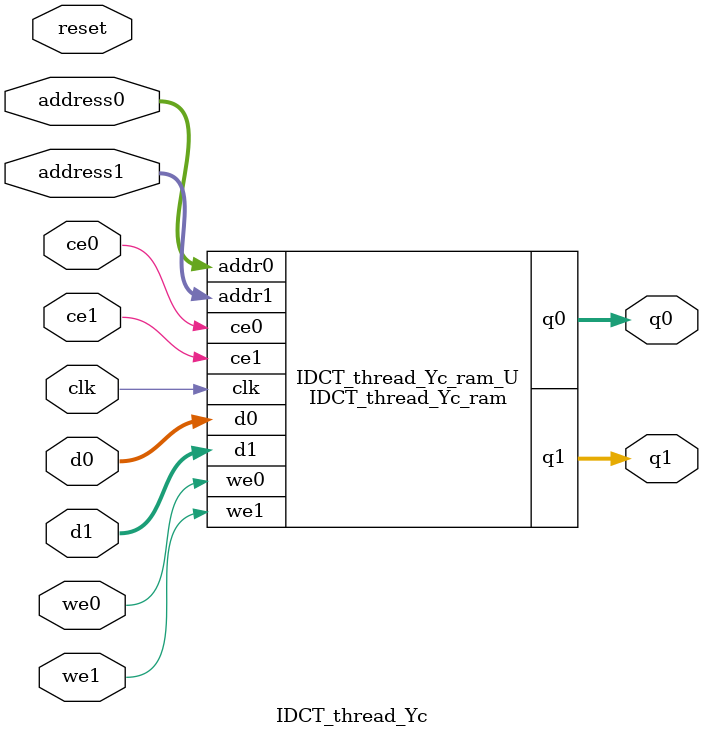
<source format=v>

`timescale 1 ns / 1 ps
module IDCT_thread_Yc_ram (addr0, ce0, d0, we0, q0, addr1, ce1, d1, we1, q1,  clk);

parameter DWIDTH = 32;
parameter AWIDTH = 3;
parameter MEM_SIZE = 8;

input[AWIDTH-1:0] addr0;
input ce0;
input[DWIDTH-1:0] d0;
input we0;
output reg[DWIDTH-1:0] q0;
input[AWIDTH-1:0] addr1;
input ce1;
input[DWIDTH-1:0] d1;
input we1;
output reg[DWIDTH-1:0] q1;
input clk;

(* ram_style = "block" *)reg [DWIDTH-1:0] ram[MEM_SIZE-1:0];




always @(posedge clk)  
begin 
    if (ce0) 
    begin
        if (we0) 
        begin 
            ram[addr0] <= d0; 
            q0 <= d0;
        end 
        else 
            q0 <= ram[addr0];
    end
end


always @(posedge clk)  
begin 
    if (ce1) 
    begin
        if (we1) 
        begin 
            ram[addr1] <= d1; 
            q1 <= d1;
        end 
        else 
            q1 <= ram[addr1];
    end
end


endmodule


`timescale 1 ns / 1 ps
module IDCT_thread_Yc(
    reset,
    clk,
    address0,
    ce0,
    we0,
    d0,
    q0,
    address1,
    ce1,
    we1,
    d1,
    q1);

parameter DataWidth = 32'd32;
parameter AddressRange = 32'd8;
parameter AddressWidth = 32'd3;
input reset;
input clk;
input[AddressWidth - 1:0] address0;
input ce0;
input we0;
input[DataWidth - 1:0] d0;
output[DataWidth - 1:0] q0;
input[AddressWidth - 1:0] address1;
input ce1;
input we1;
input[DataWidth - 1:0] d1;
output[DataWidth - 1:0] q1;



IDCT_thread_Yc_ram IDCT_thread_Yc_ram_U(
    .clk( clk ),
    .addr0( address0 ),
    .ce0( ce0 ),
    .d0( d0 ),
    .we0( we0 ),
    .q0( q0 ),
    .addr1( address1 ),
    .ce1( ce1 ),
    .d1( d1 ),
    .we1( we1 ),
    .q1( q1 ));

endmodule


</source>
